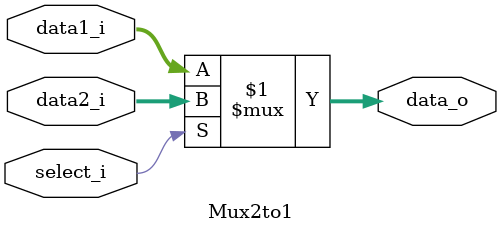
<source format=v>
`timescale 1ns / 1ps


module Mux2to1(
    data1_i,
    data2_i,
    select_i,
    
    data_o
    );
    
    input [31:0] data1_i, data2_i;
    input select_i;
    
    output [31:0]data_o;
    
    //datapath circuit
    assign data_o = (select_i) ? data2_i : data1_i;
    
    
endmodule

</source>
